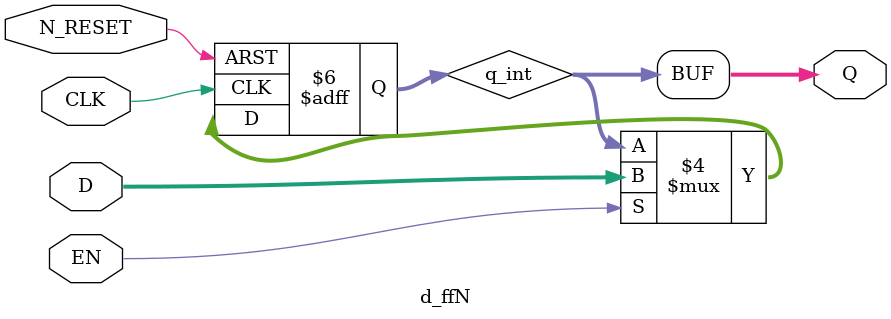
<source format=sv>
module d_ffN #(parameter N=8) (output logic [N-1:0] Q, input logic [N-1:0] D, input logic CLK, N_RESET, EN);

logic [N-1:0] q_int;
assign #(10ps) Q = q_int;

always_ff @(posedge CLK, negedge N_RESET) begin
	//Reset takes precedence
	if (N_RESET == 1'b0) begin
		q_int <= 8'b0;
	end
	else begin
		//Otherwise if EN=1 then Q = D (and latches)
		if (EN == 1) 
			q_int <= D;
	end
end
	
endmodule

</source>
